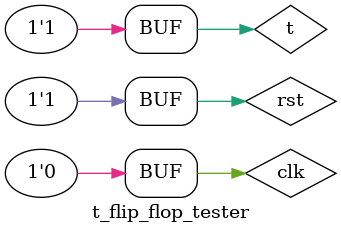
<source format=v>
module t_flip_flop_tester;
	reg t,clk,rst;
	wire q;
	t_flip_flop tff(q,t,clk,rst);
	initial
		begin
			t=1'b0; clk=1'b1; rst = 0;
			#20
			t=1'b0; clk=~clk; rst = 1;
			#20
			t=1'b1; clk=~clk; rst = 1;
			#20
			t=1'b0; clk=~clk; rst = 1;
			#20 
			t=1'b1; clk=~clk; rst = 0;
			#20
			t=1'b1; clk=~clk; rst = 1;
		end		
endmodule
</source>
